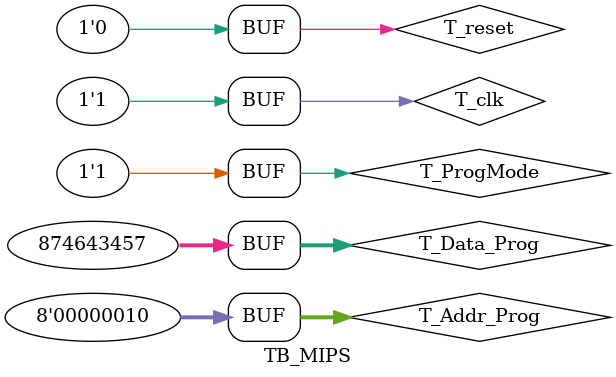
<source format=v>
`timescale 1ns/1ns
module TB_MIPS;
	
	reg			T_reset;
	reg			T_clk;
	reg			T_ProgMode;
	reg	[7:0]	T_Addr_Prog;
	reg	[31:0]	T_Data_Prog;
	
	MIPS	DUT(
		.reset		(T_reset),
		.clk		(T_clk),
		.ProgMode	(T_ProgMode),
		.Addr_Prog	(T_Addr_Prog),
		.Data_Prog	(T_Data_Prog));
		
	always
	begin
		T_clk = 1'b0;
		#10;
		T_clk = 1'b1;
		#10;
	end
	
	initial
	begin
		T_Addr_Prog = 8'd0;
		T_Data_Prog = 32'd0;
		T_reset = 1'b1;
		T_ProgMode = 1'b0; // Program mode (Write)
		#20;
		T_reset = 1'b0;
		
		T_Addr_Prog = 8'd0;
		T_Data_Prog = 32'd270532615;
		#20;
		T_Addr_Prog = 8'd1;
		T_Data_Prog = 32'd272629768;
		#20;
		T_Addr_Prog = 8'd2;
		T_Data_Prog = 32'd874643457;
		#20;

		T_ProgMode = 1'b1; // Run mode (Read)
		T_reset = 1'b1;
		#20;
		T_reset = 1'b0;
		#20;
		
	end
	
endmodule
</source>
